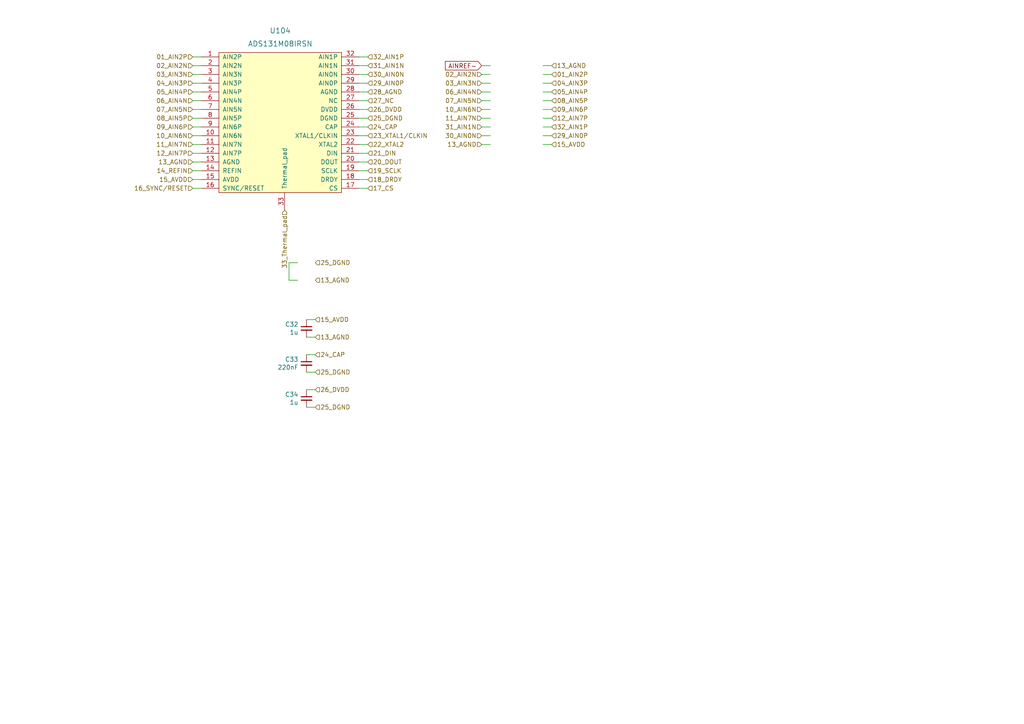
<source format=kicad_sch>
(kicad_sch (version 20210621) (generator eeschema)
  (paper "A4")
  (lib_symbols
    (symbol "FreeEEG32-ads131-rescue:C_Small-Device" (pin_numbers hide) (pin_names (offset 0.254) hide)
      (property "Reference" "C" (at 0.254 1.778 0))
      (property "Value" "C_Small-Device" (at 0.254 -2.032 0))
      (symbol "C_Small-Device_0_1"
        (polyline (pts (xy -1.524 -0.508) (xy 1.524 -0.508)) (stroke (width 0.3302)))
        (polyline (pts (xy -1.524 0.508) (xy 1.524 0.508)) (stroke (width 0.3048)))
      )
      (symbol "C_Small-Device_1_1"
        (pin passive line (at 0 2.54 270) (length 2.032) (name "~") (number "1"))
        (pin passive line (at 0 -2.54 90) (length 2.032) (name "~") (number "2"))
      )
    )
    (symbol "ads131:ADS131M08IPBS" (pin_names (offset 1.016))
      (property "Reference" "U?" (at -1.27 44.45 0))
      (property "Value" "ADS131M08IPBS" (at -1.27 40.64 0))
      (symbol "ADS131M08IPBS_0_1"
        (rectangle (start -19.05 39.37) (end 16.51 -1.27) (fill (type background)))
      )
      (symbol "ADS131M08IPBS_1_1"
        (pin input line (at -24.13 38.1 0) (length 5.08) (name "AIN2P") (number "1"))
        (pin input line (at -24.13 15.24 0) (length 5.08) (name "AIN6N") (number "10"))
        (pin input line (at -24.13 12.7 0) (length 5.08) (name "AIN7N") (number "11"))
        (pin input line (at -24.13 10.16 0) (length 5.08) (name "AIN7P") (number "12"))
        (pin input line (at -24.13 7.62 0) (length 5.08) (name "AGND") (number "13"))
        (pin input line (at -24.13 5.08 0) (length 5.08) (name "REFIN") (number "14"))
        (pin input line (at -24.13 2.54 0) (length 5.08) (name "AVDD") (number "15"))
        (pin input line (at -24.13 0 0) (length 5.08) (name "SYNC/RESET") (number "16"))
        (pin input line (at 21.59 0 180) (length 5.08) (name "CS") (number "17"))
        (pin input line (at 21.59 2.54 180) (length 5.08) (name "DRDY") (number "18"))
        (pin input line (at 21.59 5.08 180) (length 5.08) (name "SCLK") (number "19"))
        (pin input line (at -24.13 35.56 0) (length 5.08) (name "AIN2N") (number "2"))
        (pin input line (at 21.59 7.62 180) (length 5.08) (name "DOUT") (number "20"))
        (pin input line (at 21.59 10.16 180) (length 5.08) (name "DIN") (number "21"))
        (pin input line (at 21.59 12.7 180) (length 5.08) (name "XTAL2") (number "22"))
        (pin input line (at 21.59 15.24 180) (length 5.08) (name "XTAL1/CLKIN") (number "23"))
        (pin input line (at 21.59 17.78 180) (length 5.08) (name "CAP") (number "24"))
        (pin input line (at 21.59 20.32 180) (length 5.08) (name "DGND") (number "25"))
        (pin input line (at 21.59 22.86 180) (length 5.08) (name "DVDD") (number "26"))
        (pin input line (at 21.59 25.4 180) (length 5.08) (name "NC") (number "27"))
        (pin input line (at 21.59 27.94 180) (length 5.08) (name "AGND") (number "28"))
        (pin input line (at 21.59 30.48 180) (length 5.08) (name "AIN0P") (number "29"))
        (pin input line (at -24.13 33.02 0) (length 5.08) (name "AIN3N") (number "3"))
        (pin input line (at 21.59 33.02 180) (length 5.08) (name "AIN0N") (number "30"))
        (pin input line (at 21.59 35.56 180) (length 5.08) (name "AIN1N") (number "31"))
        (pin input line (at 21.59 38.1 180) (length 5.08) (name "AIN1P") (number "32"))
        (pin input line (at 0 -6.35 90) (length 5.08) (name "Thermal_pad") (number "33"))
        (pin input line (at -24.13 30.48 0) (length 5.08) (name "AIN3P") (number "4"))
        (pin input line (at -24.13 27.94 0) (length 5.08) (name "AIN4P") (number "5"))
        (pin input line (at -24.13 25.4 0) (length 5.08) (name "AIN4N") (number "6"))
        (pin input line (at -24.13 22.86 0) (length 5.08) (name "AIN5N") (number "7"))
        (pin input line (at -24.13 20.32 0) (length 5.08) (name "AIN5P") (number "8"))
        (pin input line (at -24.13 17.78 0) (length 5.08) (name "AIN6P") (number "9"))
      )
    )
  )
  (wire (pts (xy 55.88 16.51) (xy 58.42 16.51)))
  (wire (pts (xy 55.88 19.05) (xy 58.42 19.05)))
  (wire (pts (xy 55.88 21.59) (xy 58.42 21.59)))
  (wire (pts (xy 55.88 24.13) (xy 58.42 24.13)))
  (wire (pts (xy 55.88 29.21) (xy 58.42 29.21)))
  (wire (pts (xy 55.88 31.75) (xy 58.42 31.75)))
  (wire (pts (xy 55.88 34.29) (xy 58.42 34.29)))
  (wire (pts (xy 55.88 36.83) (xy 58.42 36.83)))
  (wire (pts (xy 55.88 39.37) (xy 58.42 39.37)))
  (wire (pts (xy 55.88 41.91) (xy 58.42 41.91)))
  (wire (pts (xy 55.88 44.45) (xy 58.42 44.45)))
  (wire (pts (xy 55.88 46.99) (xy 58.42 46.99)))
  (wire (pts (xy 55.88 49.53) (xy 58.42 49.53)))
  (wire (pts (xy 55.88 52.07) (xy 58.42 52.07)))
  (wire (pts (xy 55.88 54.61) (xy 58.42 54.61)))
  (wire (pts (xy 58.42 26.67) (xy 55.88 26.67)))
  (wire (pts (xy 83.82 76.2) (xy 83.82 81.28)))
  (wire (pts (xy 83.82 81.28) (xy 86.36 81.28)))
  (wire (pts (xy 86.36 76.2) (xy 83.82 76.2)))
  (wire (pts (xy 91.44 92.71) (xy 88.9 92.71)))
  (wire (pts (xy 91.44 97.79) (xy 88.9 97.79)))
  (wire (pts (xy 91.44 102.87) (xy 88.9 102.87)))
  (wire (pts (xy 91.44 107.95) (xy 88.9 107.95)))
  (wire (pts (xy 91.44 113.03) (xy 88.9 113.03)))
  (wire (pts (xy 91.44 118.11) (xy 88.9 118.11)))
  (wire (pts (xy 104.14 16.51) (xy 106.68 16.51)))
  (wire (pts (xy 104.14 19.05) (xy 106.68 19.05)))
  (wire (pts (xy 104.14 21.59) (xy 106.68 21.59)))
  (wire (pts (xy 104.14 24.13) (xy 106.68 24.13)))
  (wire (pts (xy 104.14 29.21) (xy 106.68 29.21)))
  (wire (pts (xy 104.14 31.75) (xy 106.68 31.75)))
  (wire (pts (xy 104.14 34.29) (xy 106.68 34.29)))
  (wire (pts (xy 104.14 36.83) (xy 106.68 36.83)))
  (wire (pts (xy 104.14 39.37) (xy 106.68 39.37)))
  (wire (pts (xy 104.14 41.91) (xy 106.68 41.91)))
  (wire (pts (xy 104.14 44.45) (xy 106.68 44.45)))
  (wire (pts (xy 104.14 46.99) (xy 106.68 46.99)))
  (wire (pts (xy 104.14 49.53) (xy 106.68 49.53)))
  (wire (pts (xy 104.14 52.07) (xy 106.68 52.07)))
  (wire (pts (xy 104.14 54.61) (xy 106.68 54.61)))
  (wire (pts (xy 106.68 26.67) (xy 104.14 26.67)))
  (wire (pts (xy 139.7 21.59) (xy 142.24 21.59)))
  (wire (pts (xy 139.7 24.13) (xy 142.24 24.13)))
  (wire (pts (xy 139.7 26.67) (xy 142.24 26.67)))
  (wire (pts (xy 139.7 29.21) (xy 142.24 29.21)))
  (wire (pts (xy 139.7 31.75) (xy 142.24 31.75)))
  (wire (pts (xy 139.7 34.29) (xy 142.24 34.29)))
  (wire (pts (xy 139.7 36.83) (xy 142.24 36.83)))
  (wire (pts (xy 139.7 39.37) (xy 142.24 39.37)))
  (wire (pts (xy 142.24 19.05) (xy 139.7 19.05)))
  (wire (pts (xy 142.24 41.91) (xy 139.7 41.91)))
  (wire (pts (xy 160.02 19.05) (xy 157.48 19.05)))
  (wire (pts (xy 160.02 21.59) (xy 157.48 21.59)))
  (wire (pts (xy 160.02 24.13) (xy 157.48 24.13)))
  (wire (pts (xy 160.02 26.67) (xy 157.48 26.67)))
  (wire (pts (xy 160.02 29.21) (xy 157.48 29.21)))
  (wire (pts (xy 160.02 31.75) (xy 157.48 31.75)))
  (wire (pts (xy 160.02 34.29) (xy 157.48 34.29)))
  (wire (pts (xy 160.02 36.83) (xy 157.48 36.83)))
  (wire (pts (xy 160.02 39.37) (xy 157.48 39.37)))
  (wire (pts (xy 160.02 41.91) (xy 157.48 41.91)))
  (global_label "AINREF-" (shape input) (at 139.7 19.05 180) (property "Intersheet References" "${INTERSHEET_REFS}" (effects hide)))
  (hierarchical_label "01_AIN2P" (shape input) (at 55.88 16.51 180))
  (hierarchical_label "02_AIN2N" (shape input) (at 55.88 19.05 180))
  (hierarchical_label "03_AIN3N" (shape input) (at 55.88 21.59 180))
  (hierarchical_label "04_AIN3P" (shape input) (at 55.88 24.13 180))
  (hierarchical_label "05_AIN4P" (shape input) (at 55.88 26.67 180))
  (hierarchical_label "06_AIN4N" (shape input) (at 55.88 29.21 180))
  (hierarchical_label "07_AIN5N" (shape input) (at 55.88 31.75 180))
  (hierarchical_label "08_AIN5P" (shape input) (at 55.88 34.29 180))
  (hierarchical_label "09_AIN6P" (shape input) (at 55.88 36.83 180))
  (hierarchical_label "10_AIN6N" (shape input) (at 55.88 39.37 180))
  (hierarchical_label "11_AIN7N" (shape input) (at 55.88 41.91 180))
  (hierarchical_label "12_AIN7P" (shape input) (at 55.88 44.45 180))
  (hierarchical_label "13_AGND" (shape input) (at 55.88 46.99 180))
  (hierarchical_label "14_REFIN" (shape input) (at 55.88 49.53 180))
  (hierarchical_label "15_AVDD" (shape input) (at 55.88 52.07 180))
  (hierarchical_label "16_SYNC{slash}RESET" (shape input) (at 55.88 54.61 180))
  (hierarchical_label "33_Thermal_pad" (shape input) (at 82.55 60.96 270))
  (hierarchical_label "25_DGND" (shape input) (at 91.44 76.2 0))
  (hierarchical_label "13_AGND" (shape input) (at 91.44 81.28 0))
  (hierarchical_label "15_AVDD" (shape input) (at 91.44 92.71 0))
  (hierarchical_label "13_AGND" (shape input) (at 91.44 97.79 0))
  (hierarchical_label "24_CAP" (shape input) (at 91.44 102.87 0))
  (hierarchical_label "25_DGND" (shape input) (at 91.44 107.95 0))
  (hierarchical_label "26_DVDD" (shape input) (at 91.44 113.03 0))
  (hierarchical_label "25_DGND" (shape input) (at 91.44 118.11 0))
  (hierarchical_label "32_AIN1P" (shape input) (at 106.68 16.51 0))
  (hierarchical_label "31_AIN1N" (shape input) (at 106.68 19.05 0))
  (hierarchical_label "30_AIN0N" (shape input) (at 106.68 21.59 0))
  (hierarchical_label "29_AIN0P" (shape input) (at 106.68 24.13 0))
  (hierarchical_label "28_AGND" (shape input) (at 106.68 26.67 0))
  (hierarchical_label "27_NC" (shape input) (at 106.68 29.21 0))
  (hierarchical_label "26_DVDD" (shape input) (at 106.68 31.75 0))
  (hierarchical_label "25_DGND" (shape input) (at 106.68 34.29 0))
  (hierarchical_label "24_CAP" (shape input) (at 106.68 36.83 0))
  (hierarchical_label "23_XTAL1{slash}CLKIN" (shape input) (at 106.68 39.37 0))
  (hierarchical_label "22_XTAL2" (shape input) (at 106.68 41.91 0))
  (hierarchical_label "21_DIN" (shape input) (at 106.68 44.45 0))
  (hierarchical_label "20_DOUT" (shape input) (at 106.68 46.99 0))
  (hierarchical_label "19_SCLK" (shape input) (at 106.68 49.53 0))
  (hierarchical_label "18_DRDY" (shape input) (at 106.68 52.07 0))
  (hierarchical_label "17_CS" (shape input) (at 106.68 54.61 0))
  (hierarchical_label "02_AIN2N" (shape input) (at 139.7 21.59 180))
  (hierarchical_label "03_AIN3N" (shape input) (at 139.7 24.13 180))
  (hierarchical_label "06_AIN4N" (shape input) (at 139.7 26.67 180))
  (hierarchical_label "07_AIN5N" (shape input) (at 139.7 29.21 180))
  (hierarchical_label "10_AIN6N" (shape input) (at 139.7 31.75 180))
  (hierarchical_label "11_AIN7N" (shape input) (at 139.7 34.29 180))
  (hierarchical_label "31_AIN1N" (shape input) (at 139.7 36.83 180))
  (hierarchical_label "30_AIN0N" (shape input) (at 139.7 39.37 180))
  (hierarchical_label "13_AGND" (shape input) (at 139.7 41.91 180))
  (hierarchical_label "13_AGND" (shape input) (at 160.02 19.05 0))
  (hierarchical_label "01_AIN2P" (shape input) (at 160.02 21.59 0))
  (hierarchical_label "04_AIN3P" (shape input) (at 160.02 24.13 0))
  (hierarchical_label "05_AIN4P" (shape input) (at 160.02 26.67 0))
  (hierarchical_label "08_AIN5P" (shape input) (at 160.02 29.21 0))
  (hierarchical_label "09_AIN6P" (shape input) (at 160.02 31.75 0))
  (hierarchical_label "12_AIN7P" (shape input) (at 160.02 34.29 0))
  (hierarchical_label "32_AIN1P" (shape input) (at 160.02 36.83 0))
  (hierarchical_label "29_AIN0P" (shape input) (at 160.02 39.37 0))
  (hierarchical_label "15_AVDD" (shape input) (at 160.02 41.91 0))
  (symbol (lib_id "FreeEEG32-ads131-rescue:C_Small-Device") (at 88.9 95.25 0) (mirror y) (unit 1)
    (property "Reference" "C32" (at 86.5632 94.0816 0) (effects (justify left)))
    (property "Value" "1u" (at 86.5632 96.393 0) (effects (justify left)))
    (property "Footprint" "Capacitor_SMD:C_0402_1005Metric" (effects hide))
    (property "Datasheet" "C0G" (effects hide))
    (property "MNP" "CL05A105KO5NNNC" (effects hide))
  )
  (symbol (lib_id "FreeEEG32-ads131-rescue:C_Small-Device") (at 88.9 105.41 0) (mirror y) (unit 1)
    (property "Reference" "C33" (at 86.5632 104.2416 0) (effects (justify left)))
    (property "Value" "220nF" (at 86.5632 106.553 0) (effects (justify left)))
    (property "Footprint" "Capacitor_SMD:C_0402_1005Metric" (effects hide))
    (property "Datasheet" "X7R, not Y5V" (effects hide))
    (property "MNP" "CL05A105KO5NNNC" (effects hide))
  )
  (symbol (lib_id "FreeEEG32-ads131-rescue:C_Small-Device") (at 88.9 115.57 0) (mirror y) (unit 1)
    (property "Reference" "C34" (at 86.5632 114.4016 0) (effects (justify left)))
    (property "Value" "1u" (at 86.5632 116.713 0) (effects (justify left)))
    (property "Footprint" "Capacitor_SMD:C_0402_1005Metric" (effects hide))
    (property "Datasheet" "X7R, not Y5V" (effects hide))
    (property "MNP" "CL05A105KO5NNNC" (effects hide))
  )
  (symbol (lib_id "ads131:ADS131M08IPBS") (at 82.55 54.61 0) (unit 1)
    (property "Reference" "U104" (at 81.28 8.89 0) (effects (font (size 1.524 1.524))))
    (property "Value" "ADS131M08IRSN" (at 81.28 12.7 0) (effects (font (size 1.524 1.524))))
    (property "Footprint" "Package_DFN_QFN:QFN-32-1EP_4x4mm_P0.4mm_EP2.65x2.65mm_ThermalVias" (effects hide))
    (property "MNP" "AD7771BCPZ" (effects hide))
    (property "Manufacturer" "Analog Devices" (effects hide))
  )
)
</source>
